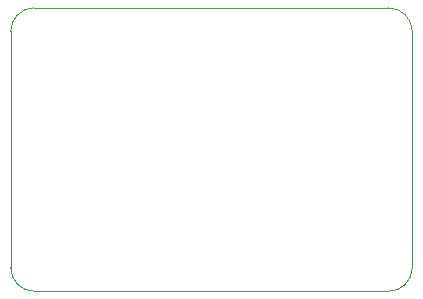
<source format=gbr>
%TF.GenerationSoftware,KiCad,Pcbnew,7.0.7-2.fc38*%
%TF.CreationDate,2023-11-16T23:21:00-08:00*%
%TF.ProjectId,TinySparrow,54696e79-5370-4617-9272-6f772e6b6963,rev?*%
%TF.SameCoordinates,Original*%
%TF.FileFunction,Profile,NP*%
%FSLAX46Y46*%
G04 Gerber Fmt 4.6, Leading zero omitted, Abs format (unit mm)*
G04 Created by KiCad (PCBNEW 7.0.7-2.fc38) date 2023-11-16 23:21:00*
%MOMM*%
%LPD*%
G01*
G04 APERTURE LIST*
%TA.AperFunction,Profile*%
%ADD10C,0.100000*%
%TD*%
G04 APERTURE END LIST*
D10*
X169000000Y-81800000D02*
G75*
G03*
X167000000Y-83800000I0J-2000000D01*
G01*
X169000000Y-81800000D02*
X199000000Y-81800000D01*
X167000000Y-103800000D02*
X167000000Y-83800000D01*
X169000000Y-105800000D02*
X199000000Y-105800000D01*
X199000000Y-105800000D02*
G75*
G03*
X201000000Y-103800000I0J2000000D01*
G01*
X201000000Y-103800000D02*
X201000000Y-83800000D01*
X201000000Y-83800000D02*
G75*
G03*
X199000000Y-81800000I-2000000J0D01*
G01*
X167000000Y-103800000D02*
G75*
G03*
X169000000Y-105800000I2000000J0D01*
G01*
M02*

</source>
